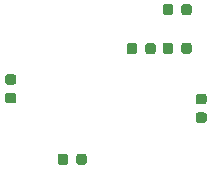
<source format=gbr>
%TF.GenerationSoftware,KiCad,Pcbnew,(5.99.0-2290-gd34f8fd4b)*%
%TF.CreationDate,2020-09-13T23:37:02+02:00*%
%TF.ProjectId,audio-esp32,61756469-6f2d-4657-9370-33322e6b6963,rev?*%
%TF.SameCoordinates,Original*%
%TF.FileFunction,Paste,Bot*%
%TF.FilePolarity,Positive*%
%FSLAX46Y46*%
G04 Gerber Fmt 4.6, Leading zero omitted, Abs format (unit mm)*
G04 Created by KiCad (PCBNEW (5.99.0-2290-gd34f8fd4b)) date 2020-09-13 23:37:02*
%MOMM*%
%LPD*%
G01*
G04 APERTURE LIST*
G04 APERTURE END LIST*
%TO.C,R2*%
G36*
G01*
X146970000Y-83309750D02*
X146970000Y-83822250D01*
G75*
G02*
X146751250Y-84041000I-218750J0D01*
G01*
X146313750Y-84041000D01*
G75*
G02*
X146095000Y-83822250I0J218750D01*
G01*
X146095000Y-83309750D01*
G75*
G02*
X146313750Y-83091000I218750J0D01*
G01*
X146751250Y-83091000D01*
G75*
G02*
X146970000Y-83309750I0J-218750D01*
G01*
G37*
G36*
G01*
X148545000Y-83309750D02*
X148545000Y-83822250D01*
G75*
G02*
X148326250Y-84041000I-218750J0D01*
G01*
X147888750Y-84041000D01*
G75*
G02*
X147670000Y-83822250I0J218750D01*
G01*
X147670000Y-83309750D01*
G75*
G02*
X147888750Y-83091000I218750J0D01*
G01*
X148326250Y-83091000D01*
G75*
G02*
X148545000Y-83309750I0J-218750D01*
G01*
G37*
%TD*%
%TO.C,R1*%
G36*
G01*
X158498250Y-78898000D02*
X157985750Y-78898000D01*
G75*
G02*
X157767000Y-78679250I0J218750D01*
G01*
X157767000Y-78241750D01*
G75*
G02*
X157985750Y-78023000I218750J0D01*
G01*
X158498250Y-78023000D01*
G75*
G02*
X158717000Y-78241750I0J-218750D01*
G01*
X158717000Y-78679250D01*
G75*
G02*
X158498250Y-78898000I-218750J0D01*
G01*
G37*
G36*
G01*
X158498250Y-80473000D02*
X157985750Y-80473000D01*
G75*
G02*
X157767000Y-80254250I0J218750D01*
G01*
X157767000Y-79816750D01*
G75*
G02*
X157985750Y-79598000I218750J0D01*
G01*
X158498250Y-79598000D01*
G75*
G02*
X158717000Y-79816750I0J-218750D01*
G01*
X158717000Y-80254250D01*
G75*
G02*
X158498250Y-80473000I-218750J0D01*
G01*
G37*
%TD*%
%TO.C,C4*%
G36*
G01*
X155860000Y-70626988D02*
X155860000Y-71139488D01*
G75*
G02*
X155641250Y-71358238I-218750J0D01*
G01*
X155203750Y-71358238D01*
G75*
G02*
X154985000Y-71139488I0J218750D01*
G01*
X154985000Y-70626988D01*
G75*
G02*
X155203750Y-70408238I218750J0D01*
G01*
X155641250Y-70408238D01*
G75*
G02*
X155860000Y-70626988I0J-218750D01*
G01*
G37*
G36*
G01*
X157435000Y-70626988D02*
X157435000Y-71139488D01*
G75*
G02*
X157216250Y-71358238I-218750J0D01*
G01*
X156778750Y-71358238D01*
G75*
G02*
X156560000Y-71139488I0J218750D01*
G01*
X156560000Y-70626988D01*
G75*
G02*
X156778750Y-70408238I218750J0D01*
G01*
X157216250Y-70408238D01*
G75*
G02*
X157435000Y-70626988I0J-218750D01*
G01*
G37*
%TD*%
%TO.C,C3*%
G36*
G01*
X153512000Y-74449302D02*
X153512000Y-73936802D01*
G75*
G02*
X153730750Y-73718052I218750J0D01*
G01*
X154168250Y-73718052D01*
G75*
G02*
X154387000Y-73936802I0J-218750D01*
G01*
X154387000Y-74449302D01*
G75*
G02*
X154168250Y-74668052I-218750J0D01*
G01*
X153730750Y-74668052D01*
G75*
G02*
X153512000Y-74449302I0J218750D01*
G01*
G37*
G36*
G01*
X151937000Y-74449302D02*
X151937000Y-73936802D01*
G75*
G02*
X152155750Y-73718052I218750J0D01*
G01*
X152593250Y-73718052D01*
G75*
G02*
X152812000Y-73936802I0J-218750D01*
G01*
X152812000Y-74449302D01*
G75*
G02*
X152593250Y-74668052I-218750J0D01*
G01*
X152155750Y-74668052D01*
G75*
G02*
X151937000Y-74449302I0J218750D01*
G01*
G37*
%TD*%
%TO.C,C2*%
G36*
G01*
X142369250Y-77247000D02*
X141856750Y-77247000D01*
G75*
G02*
X141638000Y-77028250I0J218750D01*
G01*
X141638000Y-76590750D01*
G75*
G02*
X141856750Y-76372000I218750J0D01*
G01*
X142369250Y-76372000D01*
G75*
G02*
X142588000Y-76590750I0J-218750D01*
G01*
X142588000Y-77028250D01*
G75*
G02*
X142369250Y-77247000I-218750J0D01*
G01*
G37*
G36*
G01*
X142369250Y-78822000D02*
X141856750Y-78822000D01*
G75*
G02*
X141638000Y-78603250I0J218750D01*
G01*
X141638000Y-78165750D01*
G75*
G02*
X141856750Y-77947000I218750J0D01*
G01*
X142369250Y-77947000D01*
G75*
G02*
X142588000Y-78165750I0J-218750D01*
G01*
X142588000Y-78603250D01*
G75*
G02*
X142369250Y-78822000I-218750J0D01*
G01*
G37*
%TD*%
%TO.C,C1*%
G36*
G01*
X155860000Y-73912858D02*
X155860000Y-74425358D01*
G75*
G02*
X155641250Y-74644108I-218750J0D01*
G01*
X155203750Y-74644108D01*
G75*
G02*
X154985000Y-74425358I0J218750D01*
G01*
X154985000Y-73912858D01*
G75*
G02*
X155203750Y-73694108I218750J0D01*
G01*
X155641250Y-73694108D01*
G75*
G02*
X155860000Y-73912858I0J-218750D01*
G01*
G37*
G36*
G01*
X157435000Y-73912858D02*
X157435000Y-74425358D01*
G75*
G02*
X157216250Y-74644108I-218750J0D01*
G01*
X156778750Y-74644108D01*
G75*
G02*
X156560000Y-74425358I0J218750D01*
G01*
X156560000Y-73912858D01*
G75*
G02*
X156778750Y-73694108I218750J0D01*
G01*
X157216250Y-73694108D01*
G75*
G02*
X157435000Y-73912858I0J-218750D01*
G01*
G37*
%TD*%
M02*

</source>
